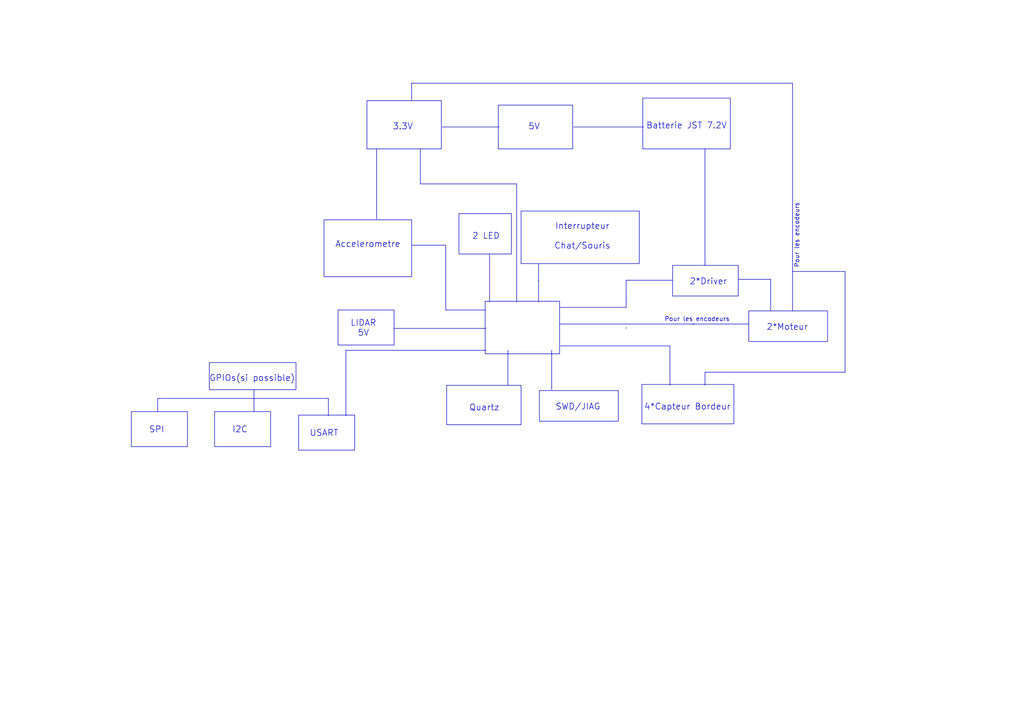
<source format=kicad_sch>
(kicad_sch
	(version 20231120)
	(generator "eeschema")
	(generator_version "8.0")
	(uuid "d3200fb1-7cb0-4a02-b2a3-280ddbc39fe3")
	(paper "A4")
	(lib_symbols)
	(rectangle
		(start 200.66 93.98)
		(end 217.17 93.98)
		(stroke
			(width 0)
			(type default)
		)
		(fill
			(type none)
		)
		(uuid 00e7140a-4ebe-455b-bb1d-3fdbb0d8d076)
	)
	(rectangle
		(start 128.27 36.83)
		(end 144.78 36.83)
		(stroke
			(width 0)
			(type default)
		)
		(fill
			(type none)
		)
		(uuid 055d1d30-68d0-4f49-9fe4-e3d307df81d1)
	)
	(rectangle
		(start 141.986 73.66)
		(end 141.986 87.63)
		(stroke
			(width 0)
			(type default)
		)
		(fill
			(type none)
		)
		(uuid 0c4cfd7f-1472-407a-b021-aa6d129624b2)
	)
	(rectangle
		(start 204.47 76.2)
		(end 204.47 76.962)
		(stroke
			(width 0)
			(type default)
		)
		(fill
			(type none)
		)
		(uuid 0d5a02bb-be82-465b-8c79-d52a5bd78321)
	)
	(rectangle
		(start 186.182 111.506)
		(end 212.852 122.936)
		(stroke
			(width 0)
			(type default)
		)
		(fill
			(type none)
		)
		(uuid 0fecb396-e462-46bc-af3e-1b44ab3aff38)
	)
	(rectangle
		(start 160.02 101.6)
		(end 160.02 113.03)
		(stroke
			(width 0)
			(type default)
		)
		(fill
			(type none)
		)
		(uuid 1559d37e-07fa-4699-a602-e3c88b04a3bb)
	)
	(rectangle
		(start 223.52 81.026)
		(end 223.52 90.17)
		(stroke
			(width 0)
			(type default)
		)
		(fill
			(type none)
		)
		(uuid 1d87eaa3-ee3b-49e0-b8a1-3a7a9688a81b)
	)
	(rectangle
		(start 162.306 89.154)
		(end 181.61 89.154)
		(stroke
			(width 0)
			(type default)
		)
		(fill
			(type none)
		)
		(uuid 29192fec-9564-4dd2-a460-dadaac9568a1)
	)
	(rectangle
		(start 204.47 107.95)
		(end 204.47 111.76)
		(stroke
			(width 0)
			(type default)
		)
		(fill
			(type none)
		)
		(uuid 2b9363da-c2a6-47af-9f7c-18f4842df0cf)
	)
	(rectangle
		(start 144.526 30.48)
		(end 166.116 43.18)
		(stroke
			(width 0)
			(type default)
		)
		(fill
			(type none)
		)
		(uuid 2cff1a00-ba8b-48bc-8b9c-f64eefe8c5a8)
	)
	(rectangle
		(start 60.706 105.156)
		(end 85.852 113.03)
		(stroke
			(width 0)
			(type default)
		)
		(fill
			(type none)
		)
		(uuid 2d19494a-2755-4b9d-8e60-51c34a800345)
	)
	(rectangle
		(start 181.61 94.996)
		(end 181.61 95.25)
		(stroke
			(width 0)
			(type default)
		)
		(fill
			(type none)
		)
		(uuid 35199d38-a457-453e-83b2-ec4c823935cc)
	)
	(rectangle
		(start 149.86 53.34)
		(end 149.86 87.63)
		(stroke
			(width 0)
			(type default)
		)
		(fill
			(type none)
		)
		(uuid 3856e788-b949-4a7b-8d38-4c3c60a75dab)
	)
	(rectangle
		(start 129.286 89.916)
		(end 140.716 89.916)
		(stroke
			(width 0)
			(type default)
		)
		(fill
			(type none)
		)
		(uuid 3b54e7e2-a6ac-430f-8207-4292772e4609)
	)
	(rectangle
		(start 162.306 93.98)
		(end 201.422 93.98)
		(stroke
			(width 0)
			(type default)
		)
		(fill
			(type none)
		)
		(uuid 3bec5847-9e73-4064-837e-95602e57a23c)
	)
	(rectangle
		(start 38.1 119.38)
		(end 54.356 129.54)
		(stroke
			(width 0)
			(type default)
		)
		(fill
			(type none)
		)
		(uuid 4292dcbb-be82-4abd-9b2a-1d899fc9b32a)
	)
	(rectangle
		(start 229.87 78.74)
		(end 245.11 78.74)
		(stroke
			(width 0)
			(type default)
		)
		(fill
			(type none)
		)
		(uuid 4507ff4c-b3d9-4eeb-bb88-add27e87d92d)
	)
	(rectangle
		(start 93.98 63.754)
		(end 119.38 80.264)
		(stroke
			(width 0)
			(type default)
		)
		(fill
			(type none)
		)
		(uuid 488eea93-1f4d-47c4-840b-bed1e2693a10)
	)
	(rectangle
		(start 100.33 101.6)
		(end 100.33 120.65)
		(stroke
			(width 0)
			(type default)
		)
		(fill
			(type none)
		)
		(uuid 4d254765-8879-4263-8dfa-b47b5711326b)
	)
	(rectangle
		(start 166.37 36.83)
		(end 186.69 36.83)
		(stroke
			(width 0)
			(type default)
		)
		(fill
			(type none)
		)
		(uuid 4d3bd195-ab22-45c2-9a87-6f9d65bd050f)
	)
	(rectangle
		(start 151.13 61.214)
		(end 185.42 76.454)
		(stroke
			(width 0)
			(type default)
		)
		(fill
			(type none)
		)
		(uuid 4ecaefae-12ae-4af5-9e43-8bb759826186)
	)
	(rectangle
		(start 181.61 81.28)
		(end 181.61 86.868)
		(stroke
			(width 0)
			(type default)
		)
		(fill
			(type none)
		)
		(uuid 523dcc8a-9187-48d2-817c-23c97618a75c)
	)
	(rectangle
		(start 129.286 71.12)
		(end 129.286 89.916)
		(stroke
			(width 0)
			(type default)
		)
		(fill
			(type none)
		)
		(uuid 5a82f089-0eb3-4c3e-9564-891995005445)
	)
	(rectangle
		(start 195.072 76.962)
		(end 214.122 85.852)
		(stroke
			(width 0)
			(type default)
		)
		(fill
			(type none)
		)
		(uuid 607d62de-d458-463a-84e6-5c4b367bd460)
	)
	(rectangle
		(start 181.61 86.614)
		(end 181.61 89.154)
		(stroke
			(width 0)
			(type default)
		)
		(fill
			(type none)
		)
		(uuid 6188aaa3-bb0c-4a3e-86c0-e1d902f63a40)
	)
	(rectangle
		(start 217.17 90.17)
		(end 240.03 99.06)
		(stroke
			(width 0)
			(type default)
		)
		(fill
			(type none)
		)
		(uuid 634987b7-b7fc-41ca-87fe-ec1ec220f2ae)
	)
	(rectangle
		(start 73.66 113.03)
		(end 73.66 119.38)
		(stroke
			(width 0)
			(type default)
		)
		(fill
			(type none)
		)
		(uuid 65a47887-5afb-4d00-a2b4-2ce467915a64)
	)
	(rectangle
		(start 95.25 115.57)
		(end 95.25 120.65)
		(stroke
			(width 0)
			(type default)
		)
		(fill
			(type none)
		)
		(uuid 68382504-12f7-4ed8-ad92-6137b0686694)
	)
	(rectangle
		(start 245.11 78.74)
		(end 245.11 107.95)
		(stroke
			(width 0)
			(type default)
		)
		(fill
			(type none)
		)
		(uuid 6a855f2f-2ee3-4591-93c9-6863f51cf5b3)
	)
	(rectangle
		(start 181.61 81.28)
		(end 182.118 81.28)
		(stroke
			(width 0)
			(type default)
		)
		(fill
			(type none)
		)
		(uuid 6e06e9db-4ae8-4150-bcc4-9b5ea350afc1)
	)
	(rectangle
		(start 86.614 120.396)
		(end 102.87 130.556)
		(stroke
			(width 0)
			(type default)
		)
		(fill
			(type none)
		)
		(uuid 70d126d2-3469-4787-85bb-dc72f75abf23)
	)
	(rectangle
		(start 119.38 24.13)
		(end 119.38 29.21)
		(stroke
			(width 0)
			(type default)
		)
		(fill
			(type none)
		)
		(uuid 74812d4c-0a62-41c5-89b1-361f12b50374)
	)
	(rectangle
		(start 129.54 111.76)
		(end 151.13 123.19)
		(stroke
			(width 0)
			(type default)
		)
		(fill
			(type none)
		)
		(uuid 74ca8e70-89fe-45a3-b3c7-a13d91b64cd3)
	)
	(rectangle
		(start 45.72 115.57)
		(end 95.25 115.57)
		(stroke
			(width 0)
			(type default)
		)
		(fill
			(type none)
		)
		(uuid 75aafa12-3fab-48e3-8970-2b8e73f34cc1)
	)
	(rectangle
		(start 98.044 89.916)
		(end 114.3 100.076)
		(stroke
			(width 0)
			(type default)
		)
		(fill
			(type none)
		)
		(uuid 7b09a718-e0df-4d6b-9085-739d8f0361a1)
	)
	(rectangle
		(start 121.92 53.34)
		(end 149.86 53.34)
		(stroke
			(width 0)
			(type default)
		)
		(fill
			(type none)
		)
		(uuid 7cebc35a-6513-416e-9494-f991b9236efa)
	)
	(rectangle
		(start 106.426 29.21)
		(end 128.016 43.18)
		(stroke
			(width 0)
			(type default)
		)
		(fill
			(type none)
		)
		(uuid 81fae09c-6361-4fcb-88f2-8763158bf987)
	)
	(rectangle
		(start 204.47 43.18)
		(end 204.47 76.2)
		(stroke
			(width 0)
			(type default)
		)
		(fill
			(type none)
		)
		(uuid 9c5760ba-c30b-4ed7-b1eb-905478896ff7)
	)
	(rectangle
		(start 133.096 61.976)
		(end 148.336 73.66)
		(stroke
			(width 0)
			(type default)
		)
		(fill
			(type none)
		)
		(uuid a0d30b4d-ec4b-4961-b1e7-aa33f9d16945)
	)
	(rectangle
		(start 62.23 119.38)
		(end 78.486 129.54)
		(stroke
			(width 0)
			(type default)
		)
		(fill
			(type none)
		)
		(uuid a168394b-2e97-4745-84dc-5d31357bf945)
	)
	(rectangle
		(start 119.38 71.12)
		(end 129.286 71.12)
		(stroke
			(width 0)
			(type default)
		)
		(fill
			(type none)
		)
		(uuid a7c73972-ba9a-4c97-8be8-dfe3fba358f5)
	)
	(rectangle
		(start 194.31 100.33)
		(end 194.31 111.76)
		(stroke
			(width 0)
			(type default)
		)
		(fill
			(type none)
		)
		(uuid aad4d66a-3ade-455e-830a-81bfb0016980)
	)
	(rectangle
		(start 186.436 28.448)
		(end 211.836 43.18)
		(stroke
			(width 0)
			(type default)
		)
		(fill
			(type none)
		)
		(uuid ab9218dd-9415-41bf-b096-7f68a41a981f)
	)
	(rectangle
		(start 156.21 76.454)
		(end 156.21 81.534)
		(stroke
			(width 0)
			(type default)
		)
		(fill
			(type none)
		)
		(uuid abe39ca4-0faf-423c-b1e2-920fdcb8413e)
	)
	(rectangle
		(start 156.21 81.28)
		(end 156.21 87.63)
		(stroke
			(width 0)
			(type default)
		)
		(fill
			(type none)
		)
		(uuid acb15719-3f3c-4485-ba6d-d6eaad95e0ed)
	)
	(rectangle
		(start 182.118 81.28)
		(end 195.072 81.28)
		(stroke
			(width 0)
			(type default)
		)
		(fill
			(type none)
		)
		(uuid ae29f0cd-d9d4-4b76-bc4e-352183f04fad)
	)
	(rectangle
		(start 204.47 107.95)
		(end 245.11 107.95)
		(stroke
			(width 0)
			(type default)
		)
		(fill
			(type none)
		)
		(uuid b184f694-8a62-4d19-91fc-4eaf37516e0a)
	)
	(rectangle
		(start 114.3 95.25)
		(end 140.97 95.25)
		(stroke
			(width 0)
			(type default)
		)
		(fill
			(type none)
		)
		(uuid b6a3989a-0760-465f-846b-dcfd53e86ba3)
	)
	(rectangle
		(start 119.38 25.4)
		(end 119.38 25.4)
		(stroke
			(width 0)
			(type default)
		)
		(fill
			(type none)
		)
		(uuid b8d40d49-8f56-4219-8fe3-7f4f31c95d2e)
	)
	(rectangle
		(start 140.716 87.376)
		(end 162.306 102.616)
		(stroke
			(width 0)
			(type default)
		)
		(fill
			(type color)
			(color 0 0 0 0)
		)
		(uuid bb67c86c-6f8c-4cb7-97d7-1a1fd10b3ae8)
	)
	(rectangle
		(start 109.22 43.18)
		(end 109.22 63.5)
		(stroke
			(width 0)
			(type default)
		)
		(fill
			(type none)
		)
		(uuid bdfcfcee-bb3c-4b2e-90de-c03882ebef04)
	)
	(rectangle
		(start 45.72 115.57)
		(end 45.72 119.38)
		(stroke
			(width 0)
			(type default)
		)
		(fill
			(type none)
		)
		(uuid c9950742-e13c-46ef-9c5f-00c5bd1363a5)
	)
	(rectangle
		(start 121.92 43.18)
		(end 121.92 53.34)
		(stroke
			(width 0)
			(type default)
		)
		(fill
			(type none)
		)
		(uuid c99c9698-106b-4bd0-a2e1-0135069a1398)
	)
	(rectangle
		(start 156.464 113.284)
		(end 179.324 122.174)
		(stroke
			(width 0)
			(type default)
		)
		(fill
			(type none)
		)
		(uuid cb5e69ee-c986-4265-8c08-7db5eef94f07)
	)
	(rectangle
		(start 162.56 100.33)
		(end 194.31 100.33)
		(stroke
			(width 0)
			(type default)
		)
		(fill
			(type none)
		)
		(uuid d01a4ec8-01b6-4538-ab56-f502b07cc9b7)
	)
	(rectangle
		(start 119.38 24.13)
		(end 229.87 24.13)
		(stroke
			(width 0)
			(type default)
		)
		(fill
			(type none)
		)
		(uuid daab4375-ca06-41ba-97ef-126cdbe430c8)
	)
	(rectangle
		(start 100.33 101.6)
		(end 140.97 101.6)
		(stroke
			(width 0)
			(type default)
		)
		(fill
			(type none)
		)
		(uuid e34f0896-2946-4244-baa0-e423a850cef0)
	)
	(rectangle
		(start 229.87 24.13)
		(end 229.87 90.17)
		(stroke
			(width 0)
			(type default)
		)
		(fill
			(type none)
		)
		(uuid e7298db8-55d6-471e-a689-9c67a77a97d8)
	)
	(rectangle
		(start 119.38 24.13)
		(end 119.38 24.13)
		(stroke
			(width 0)
			(type default)
		)
		(fill
			(type none)
		)
		(uuid ecb9ad6f-711a-49b4-8dfd-a99622f26897)
	)
	(rectangle
		(start 214.122 81.026)
		(end 223.52 81.026)
		(stroke
			(width 0)
			(type default)
		)
		(fill
			(type none)
		)
		(uuid f0e602a2-4955-4893-9c47-6aa69292c443)
	)
	(rectangle
		(start 147.32 101.6)
		(end 147.32 111.76)
		(stroke
			(width 0)
			(type default)
		)
		(fill
			(type none)
		)
		(uuid f6cb66e7-159e-4fe4-b384-5512f8e4c284)
	)
	(text "I2C"
		(exclude_from_sim no)
		(at 69.596 124.714 0)
		(effects
			(font
				(size 1.778 1.778)
			)
		)
		(uuid "00513f70-4c39-45f5-9dcc-cd16e6d955af")
	)
	(text "USART"
		(exclude_from_sim no)
		(at 93.98 125.73 0)
		(effects
			(font
				(size 1.778 1.778)
			)
		)
		(uuid "03f07abb-fc66-4d9a-a928-8c747bdbcbe1")
	)
	(text "2 LED"
		(exclude_from_sim no)
		(at 140.97 68.58 0)
		(effects
			(font
				(size 1.778 1.778)
			)
		)
		(uuid "0cf4ded6-fb73-4349-a42e-7057249b2906")
	)
	(text "3.3V\n"
		(exclude_from_sim no)
		(at 116.84 36.83 0)
		(effects
			(font
				(size 1.778 1.778)
			)
		)
		(uuid "19a3df01-0048-4c4f-a734-87fa66c362af")
	)
	(text "Quartz"
		(exclude_from_sim no)
		(at 140.462 118.364 0)
		(effects
			(font
				(size 1.778 1.778)
			)
		)
		(uuid "248029e9-7d41-49bd-87d7-9300f96d876d")
	)
	(text "SWD/JIAG"
		(exclude_from_sim no)
		(at 167.64 118.11 0)
		(effects
			(font
				(size 1.778 1.778)
			)
		)
		(uuid "2ea8a9b4-8ffd-46fe-ab63-c9c27193a0eb")
	)
	(text "SPI"
		(exclude_from_sim no)
		(at 45.466 124.714 0)
		(effects
			(font
				(size 1.778 1.778)
			)
		)
		(uuid "3751c97a-b61f-4ba7-bc6a-6457747740f7")
	)
	(text "GPIOs(si possible)\n\n"
		(exclude_from_sim no)
		(at 73.152 111.252 0)
		(effects
			(font
				(size 1.778 1.778)
			)
		)
		(uuid "61d44683-28d5-4ef3-813d-21a85297f576")
	)
	(text "2*Moteur"
		(exclude_from_sim no)
		(at 228.346 94.996 0)
		(effects
			(font
				(size 1.778 1.778)
			)
		)
		(uuid "8d8b5566-5c8e-4cbc-9d83-c140a89d89e3")
	)
	(text "Accelerometre\n\n"
		(exclude_from_sim no)
		(at 106.68 72.39 0)
		(effects
			(font
				(size 1.778 1.778)
			)
		)
		(uuid "9297ea30-837c-45a7-95ee-151a3d99c95c")
	)
	(text "Interrupteur\n\nChat/Souris"
		(exclude_from_sim no)
		(at 168.91 68.58 0)
		(effects
			(font
				(size 1.778 1.778)
			)
		)
		(uuid "9d6ec187-6808-404f-bb18-b50d77802182")
	)
	(text "Pour les encodeurs"
		(exclude_from_sim no)
		(at 202.184 92.71 0)
		(effects
			(font
				(size 1.27 1.27)
			)
		)
		(uuid "a66d1692-c5ed-49b9-825d-cd1152e7257c")
	)
	(text "5V\n"
		(exclude_from_sim no)
		(at 154.94 36.83 0)
		(effects
			(font
				(size 1.778 1.778)
			)
		)
		(uuid "ca8befdd-d238-4084-ba51-0290a32081d8")
	)
	(text "LIDAR\n5V"
		(exclude_from_sim no)
		(at 105.41 95.25 0)
		(effects
			(font
				(size 1.778 1.778)
			)
		)
		(uuid "d00247b5-c839-4454-9097-e486ac50fbdb")
	)
	(text "Batterie JST 7.2V\n"
		(exclude_from_sim no)
		(at 199.136 36.576 0)
		(effects
			(font
				(size 1.778 1.778)
			)
		)
		(uuid "d5fc5492-c45b-4210-9b5b-68ea661c9c78")
	)
	(text "2*Driver"
		(exclude_from_sim no)
		(at 205.486 81.788 0)
		(effects
			(font
				(size 1.778 1.778)
			)
		)
		(uuid "d617d0ad-53eb-4e20-ba40-d43bfe5b823a")
	)
	(text "Pour les encodeurs"
		(exclude_from_sim no)
		(at 231.14 68.326 90)
		(effects
			(font
				(size 1.27 1.27)
			)
		)
		(uuid "dadbb64c-4efb-49e8-b4cf-61d010c5e903")
	)
	(text "4*Capteur Bordeur"
		(exclude_from_sim no)
		(at 199.39 118.11 0)
		(effects
			(font
				(size 1.778 1.778)
			)
		)
		(uuid "db0b5dca-2a8a-4382-8d42-de47c6cd8eb1")
	)
	(text "MCU"
		(exclude_from_sim no)
		(at 151.13 95.25 0)
		(effects
			(font
				(size 1.778 1.778)
				(color 248 251 255 1)
			)
		)
		(uuid "df448a71-9333-4c4e-bc9c-dba846d9e5c5")
	)
)

</source>
